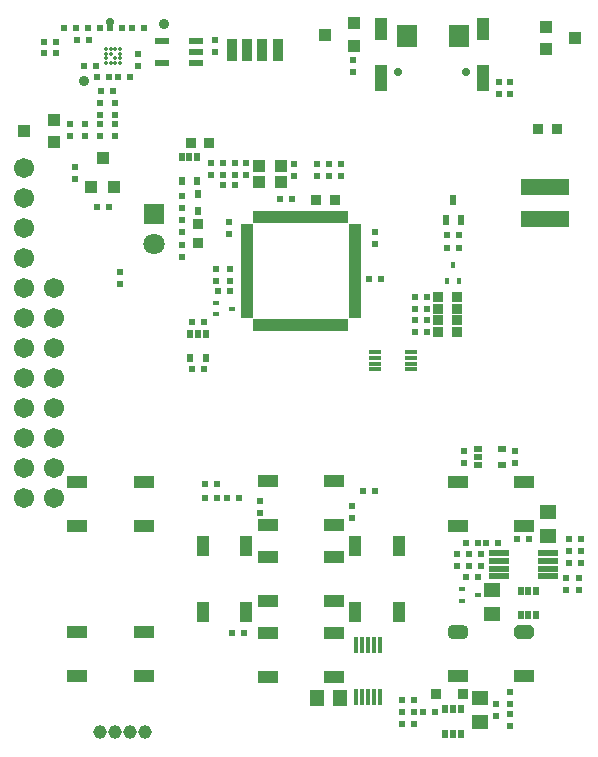
<source format=gts>
G04*
G04 #@! TF.GenerationSoftware,Altium Limited,Altium Designer,20.0.13 (296)*
G04*
G04 Layer_Color=3999577*
%FSLAX44Y44*%
%MOMM*%
G71*
G01*
G75*
%ADD54R,0.5588X0.6096*%
%ADD55R,0.6096X0.5588*%
%ADD56C,0.3400*%
%ADD57R,0.8636X0.9398*%
%ADD58R,1.4016X1.2516*%
%ADD59R,0.9016X0.9016*%
%ADD60R,0.9016X0.9316*%
%ADD61R,0.5016X0.7516*%
%ADD62O,0.3816X1.4516*%
%ADD63R,1.0016X0.4016*%
%ADD64R,0.7516X0.5016*%
%ADD65R,1.1016X1.0016*%
%ADD66R,1.2516X1.4016*%
%ADD67R,1.7016X1.9016*%
%ADD68R,0.9016X1.9016*%
%ADD69R,4.1016X1.4016*%
%ADD70R,1.0516X1.0016*%
%ADD71R,1.0516X1.0016*%
%ADD72R,0.6096X0.4576*%
%ADD73R,1.0016X1.0516*%
%ADD74R,1.0016X1.0516*%
%ADD75R,0.9398X0.8636*%
%ADD76R,0.6016X0.7416*%
%ADD77R,0.6016X0.9016*%
%ADD78R,1.7016X1.1016*%
%ADD79R,1.1016X1.7016*%
G04:AMPARAMS|DCode=80|XSize=1.7016mm|YSize=1.1016mm|CornerRadius=0.3008mm|HoleSize=0mm|Usage=FLASHONLY|Rotation=180.000|XOffset=0mm|YOffset=0mm|HoleType=Round|Shape=RoundedRectangle|*
%AMROUNDEDRECTD80*
21,1,1.7016,0.5000,0,0,180.0*
21,1,1.1000,1.1016,0,0,180.0*
1,1,0.6016,-0.5500,0.2500*
1,1,0.6016,0.5500,0.2500*
1,1,0.6016,0.5500,-0.2500*
1,1,0.6016,-0.5500,-0.2500*
%
%ADD80ROUNDEDRECTD80*%
G04:AMPARAMS|DCode=81|XSize=1.7016mm|YSize=1.1016mm|CornerRadius=0mm|HoleSize=0mm|Usage=FLASHONLY|Rotation=180.000|XOffset=0mm|YOffset=0mm|HoleType=Round|Shape=Octagon|*
%AMOCTAGOND81*
4,1,8,-0.8508,0.2754,-0.8508,-0.2754,-0.5754,-0.5508,0.5754,-0.5508,0.8508,-0.2754,0.8508,0.2754,0.5754,0.5508,-0.5754,0.5508,-0.8508,0.2754,0.0*
%
%ADD81OCTAGOND81*%

%ADD82R,1.6516X0.5016*%
%ADD83R,0.4576X0.6096*%
%ADD84R,1.3016X0.6016*%
%ADD85R,1.0532X0.4832*%
%ADD86R,0.4832X1.0532*%
%ADD87C,0.7016*%
%ADD88R,1.1016X1.9016*%
%ADD89R,1.1016X2.2016*%
%ADD90C,1.7018*%
%ADD91R,1.8016X1.8016*%
%ADD92C,1.8016*%
%ADD93C,1.1684*%
%ADD94C,0.7112*%
%ADD95C,0.9144*%
D54*
X76330Y576750D02*
D03*
X66170D02*
D03*
X70830Y598250D02*
D03*
X60670D02*
D03*
X32420Y587250D02*
D03*
X42580D02*
D03*
X95420Y566750D02*
D03*
X105580D02*
D03*
X99080Y608250D02*
D03*
X88920D02*
D03*
X87580Y566750D02*
D03*
X77420D02*
D03*
X69920Y608250D02*
D03*
X80080D02*
D03*
X91330Y555250D02*
D03*
X81170D02*
D03*
X242830Y463500D02*
D03*
X232670D02*
D03*
X345580Y39500D02*
D03*
X335420D02*
D03*
X302420Y216250D02*
D03*
X312580D02*
D03*
X157920Y359500D02*
D03*
X168080D02*
D03*
X178830Y222500D02*
D03*
X168670D02*
D03*
X433420Y176250D02*
D03*
X443580D02*
D03*
X194080Y476000D02*
D03*
X183920Y476000D02*
D03*
X307920Y396000D02*
D03*
X318080D02*
D03*
X346920Y351000D02*
D03*
X357080D02*
D03*
X346920Y371000D02*
D03*
X357080D02*
D03*
X346920Y381000D02*
D03*
X357080D02*
D03*
X187670Y210250D02*
D03*
X197830D02*
D03*
X335420Y29250D02*
D03*
X345580Y29250D02*
D03*
X353420Y29250D02*
D03*
X363580Y29250D02*
D03*
X400080Y144000D02*
D03*
X389920D02*
D03*
X487080Y166000D02*
D03*
X476920D02*
D03*
X487080Y156000D02*
D03*
X476920D02*
D03*
X417330Y172750D02*
D03*
X407170D02*
D03*
X399830Y172750D02*
D03*
X389670D02*
D03*
X476920Y176000D02*
D03*
X487080D02*
D03*
X345580Y19000D02*
D03*
X335420Y19000D02*
D03*
X191920Y96000D02*
D03*
X202080D02*
D03*
X357080Y361000D02*
D03*
X346920D02*
D03*
X77170Y457250D02*
D03*
X87330D02*
D03*
X180420Y386000D02*
D03*
X190580D02*
D03*
X384330Y422250D02*
D03*
X374170D02*
D03*
X384416Y433730D02*
D03*
X374256D02*
D03*
X117080Y608250D02*
D03*
X106920D02*
D03*
X32420Y596750D02*
D03*
X42580D02*
D03*
X60080Y608250D02*
D03*
X49920D02*
D03*
X168670Y210250D02*
D03*
X178830D02*
D03*
X168080Y319500D02*
D03*
X157920D02*
D03*
D55*
X112250Y576670D02*
D03*
X112250Y586830D02*
D03*
X178000Y404750D02*
D03*
Y394590D02*
D03*
X313000Y425420D02*
D03*
Y435580D02*
D03*
X190250Y404830D02*
D03*
Y394670D02*
D03*
X194000Y494080D02*
D03*
Y483920D02*
D03*
X184000Y494080D02*
D03*
Y483920D02*
D03*
X215250Y207830D02*
D03*
Y197670D02*
D03*
X293250Y204080D02*
D03*
Y193920D02*
D03*
X244000Y493080D02*
D03*
Y482920D02*
D03*
X431500Y240420D02*
D03*
Y250580D02*
D03*
X382750Y163080D02*
D03*
Y152920D02*
D03*
X475000Y132420D02*
D03*
X475000Y142580D02*
D03*
X388500Y250580D02*
D03*
X388500Y240420D02*
D03*
X189000Y444080D02*
D03*
Y433920D02*
D03*
X204000Y494080D02*
D03*
Y483920D02*
D03*
X274000Y493080D02*
D03*
Y482920D02*
D03*
X284000D02*
D03*
Y493080D02*
D03*
X264000Y482920D02*
D03*
Y493080D02*
D03*
X427000Y17920D02*
D03*
Y28080D02*
D03*
Y46160D02*
D03*
Y36000D02*
D03*
X402750Y152920D02*
D03*
Y163080D02*
D03*
X392750Y152920D02*
D03*
Y163080D02*
D03*
X415000Y25920D02*
D03*
Y36080D02*
D03*
X485250Y142580D02*
D03*
X485250Y132420D02*
D03*
X174000Y494080D02*
D03*
Y483920D02*
D03*
X59250Y481170D02*
D03*
Y491330D02*
D03*
X55000Y517420D02*
D03*
Y527580D02*
D03*
X294250Y581330D02*
D03*
Y571170D02*
D03*
X417500Y562580D02*
D03*
Y552420D02*
D03*
X427500Y562580D02*
D03*
Y552420D02*
D03*
X149250Y435590D02*
D03*
Y445750D02*
D03*
Y424580D02*
D03*
Y414420D02*
D03*
X92500Y517420D02*
D03*
X92500Y527580D02*
D03*
X80000Y517420D02*
D03*
Y527580D02*
D03*
X92500Y534920D02*
D03*
Y545080D02*
D03*
X80000Y534920D02*
D03*
Y545080D02*
D03*
X149250Y456170D02*
D03*
Y466330D02*
D03*
X67500Y517420D02*
D03*
Y527580D02*
D03*
X96750Y392170D02*
D03*
Y402330D02*
D03*
X177500Y588420D02*
D03*
Y598580D02*
D03*
D56*
X93000Y583000D02*
D03*
Y591000D02*
D03*
X85000Y579000D02*
D03*
X89000Y579000D02*
D03*
X93000D02*
D03*
X97000Y579000D02*
D03*
X85000Y583000D02*
D03*
X97000Y583000D02*
D03*
X85000Y587000D02*
D03*
X89000D02*
D03*
X97000D02*
D03*
X85000Y591000D02*
D03*
X97000D02*
D03*
X89000D02*
D03*
D57*
X262872Y463250D02*
D03*
X279128D02*
D03*
X467378Y523000D02*
D03*
X451122D02*
D03*
D58*
X412000Y112500D02*
D03*
X412000Y132500D02*
D03*
X402000Y21000D02*
D03*
Y41000D02*
D03*
X459000Y178500D02*
D03*
Y198500D02*
D03*
D59*
X366000Y351000D02*
D03*
X382000D02*
D03*
X366000Y361000D02*
D03*
X382000D02*
D03*
X366000Y371000D02*
D03*
X382000D02*
D03*
X366000Y381000D02*
D03*
X382000D02*
D03*
X172750Y511000D02*
D03*
X156750D02*
D03*
D60*
X364500Y45000D02*
D03*
X387500D02*
D03*
D61*
X372500Y31750D02*
D03*
X379000Y31750D02*
D03*
X385500Y31750D02*
D03*
Y11250D02*
D03*
X379000D02*
D03*
X372500D02*
D03*
X169500Y329250D02*
D03*
X156500D02*
D03*
X156500Y349750D02*
D03*
X163000Y349750D02*
D03*
X169500Y349750D02*
D03*
X162250Y478750D02*
D03*
X149250D02*
D03*
Y499250D02*
D03*
X155750Y499250D02*
D03*
X162250Y499250D02*
D03*
X449250Y111250D02*
D03*
X442750D02*
D03*
X436250D02*
D03*
Y131750D02*
D03*
X442750D02*
D03*
X449250D02*
D03*
D62*
X316999Y86001D02*
D03*
X311999D02*
D03*
X306999Y86001D02*
D03*
X301999Y86001D02*
D03*
X296999D02*
D03*
X316999Y42001D02*
D03*
X311999D02*
D03*
X306999D02*
D03*
X301999D02*
D03*
X296999D02*
D03*
D63*
X313000Y334500D02*
D03*
X313000Y329500D02*
D03*
Y324500D02*
D03*
Y319500D02*
D03*
X343000D02*
D03*
Y324500D02*
D03*
Y329500D02*
D03*
Y334500D02*
D03*
D64*
X420500Y252000D02*
D03*
Y239000D02*
D03*
X400000D02*
D03*
Y245500D02*
D03*
Y252000D02*
D03*
D65*
X233000Y478000D02*
D03*
Y492000D02*
D03*
X215000D02*
D03*
Y478000D02*
D03*
D66*
X263500Y41000D02*
D03*
X283500Y41000D02*
D03*
D67*
X340000Y602000D02*
D03*
X384000D02*
D03*
D68*
X230500Y590000D02*
D03*
X217500D02*
D03*
X204500D02*
D03*
X191500D02*
D03*
D69*
X456750Y447000D02*
D03*
Y474000D02*
D03*
D70*
X40750Y511750D02*
D03*
X15750Y521250D02*
D03*
X457500Y609750D02*
D03*
X482500Y600250D02*
D03*
X270250Y603000D02*
D03*
X295250Y593500D02*
D03*
D71*
X40750Y530750D02*
D03*
X457500Y590750D02*
D03*
X295250Y612500D02*
D03*
D72*
X191604Y371000D02*
D03*
X178396Y366047D02*
D03*
Y375953D02*
D03*
X386792Y133703D02*
D03*
Y123797D02*
D03*
X400000Y128750D02*
D03*
D73*
X72750Y473750D02*
D03*
X82250Y498750D02*
D03*
D74*
X91750Y473750D02*
D03*
D75*
X162750Y442628D02*
D03*
Y426372D02*
D03*
D76*
Y468300D02*
D03*
Y453700D02*
D03*
D77*
X372836Y445689D02*
D03*
X385836D02*
D03*
X379336Y462689D02*
D03*
D78*
X61000Y224000D02*
D03*
X117000D02*
D03*
X61000Y187000D02*
D03*
X117000D02*
D03*
X222000Y96000D02*
D03*
X278000D02*
D03*
X222000Y59000D02*
D03*
X278000D02*
D03*
X222000Y160500D02*
D03*
X278000D02*
D03*
X222000Y123500D02*
D03*
X278000D02*
D03*
X61000Y97000D02*
D03*
X117000D02*
D03*
X61000Y60000D02*
D03*
X117000D02*
D03*
X383000D02*
D03*
X439000D02*
D03*
X222000Y225000D02*
D03*
X278000D02*
D03*
X222000Y188000D02*
D03*
X278000D02*
D03*
X383000Y224000D02*
D03*
X439000D02*
D03*
X383000Y187000D02*
D03*
X439000D02*
D03*
D79*
X167000Y114000D02*
D03*
Y170000D02*
D03*
X204000Y114000D02*
D03*
Y170000D02*
D03*
X296000Y114000D02*
D03*
Y170000D02*
D03*
X333000Y114000D02*
D03*
Y170000D02*
D03*
D80*
X383000Y97000D02*
D03*
D81*
X439000D02*
D03*
D82*
X418250Y163750D02*
D03*
Y157250D02*
D03*
Y150750D02*
D03*
Y144250D02*
D03*
X459750Y163750D02*
D03*
Y157250D02*
D03*
Y150750D02*
D03*
Y144250D02*
D03*
D83*
X379250Y407854D02*
D03*
X384203Y394646D02*
D03*
X374297D02*
D03*
D84*
X161000Y598000D02*
D03*
Y579000D02*
D03*
Y588500D02*
D03*
X133000Y579000D02*
D03*
Y598000D02*
D03*
D85*
X295750Y365500D02*
D03*
Y370500D02*
D03*
Y375500D02*
D03*
Y380500D02*
D03*
Y385500D02*
D03*
Y390500D02*
D03*
Y395500D02*
D03*
Y400500D02*
D03*
Y405500D02*
D03*
Y410500D02*
D03*
Y415500D02*
D03*
Y420500D02*
D03*
Y425500D02*
D03*
Y430500D02*
D03*
Y435500D02*
D03*
Y440500D02*
D03*
X204250D02*
D03*
X204250Y435500D02*
D03*
Y430500D02*
D03*
Y425500D02*
D03*
Y420500D02*
D03*
Y415500D02*
D03*
Y410500D02*
D03*
Y405500D02*
D03*
Y400500D02*
D03*
Y395500D02*
D03*
Y390500D02*
D03*
Y385500D02*
D03*
Y380500D02*
D03*
Y375500D02*
D03*
Y370500D02*
D03*
Y365500D02*
D03*
D86*
X212500Y357250D02*
D03*
X217500Y357250D02*
D03*
X222500D02*
D03*
X227500D02*
D03*
X232500D02*
D03*
X237500D02*
D03*
X242500Y357250D02*
D03*
X247500D02*
D03*
X252500D02*
D03*
X257500Y357250D02*
D03*
X262500D02*
D03*
X282500Y448750D02*
D03*
X277500Y448750D02*
D03*
X272500D02*
D03*
X267500D02*
D03*
X262500D02*
D03*
X257500D02*
D03*
X252500Y448750D02*
D03*
X247500D02*
D03*
X242500D02*
D03*
X237500Y448750D02*
D03*
X232500D02*
D03*
X227500D02*
D03*
X222500D02*
D03*
X217500D02*
D03*
X212500Y448750D02*
D03*
X267500Y357250D02*
D03*
X272500D02*
D03*
X277500D02*
D03*
X282500D02*
D03*
X287500Y357250D02*
D03*
X287500Y448750D02*
D03*
D87*
X332361Y571158D02*
D03*
X390162D02*
D03*
D88*
X404462Y607960D02*
D03*
X318062D02*
D03*
D89*
X404462Y566460D02*
D03*
X318062D02*
D03*
D90*
X16000Y210500D02*
D03*
Y235900D02*
D03*
X16000Y261300D02*
D03*
Y337500D02*
D03*
Y489900D02*
D03*
X16000Y464500D02*
D03*
Y439100D02*
D03*
X16000Y413700D02*
D03*
Y388300D02*
D03*
X16000Y362900D02*
D03*
X16000Y286700D02*
D03*
Y312100D02*
D03*
X41418Y210500D02*
D03*
X41418Y261300D02*
D03*
X41418Y286700D02*
D03*
Y312100D02*
D03*
Y337500D02*
D03*
Y362900D02*
D03*
Y388300D02*
D03*
Y235900D02*
D03*
D91*
X125500Y450900D02*
D03*
D92*
Y425500D02*
D03*
D93*
X118450Y12500D02*
D03*
X105750D02*
D03*
X93050D02*
D03*
X80350D02*
D03*
D94*
X88920Y613920D02*
D03*
D95*
X134250Y612000D02*
D03*
X66750Y563750D02*
D03*
M02*

</source>
